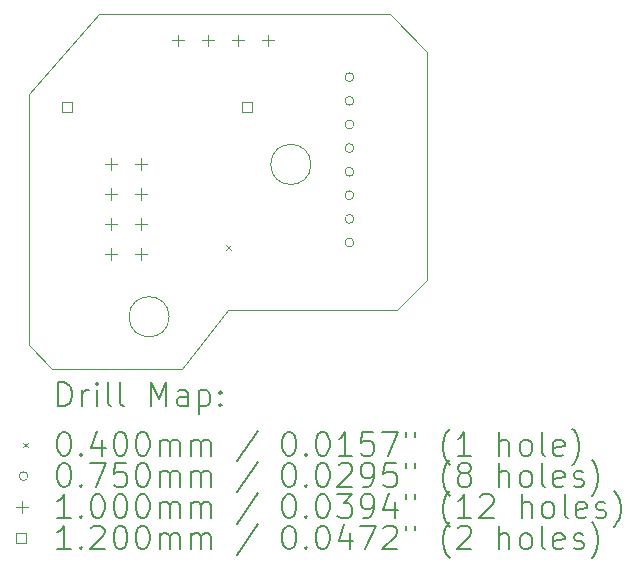
<source format=gbr>
%TF.GenerationSoftware,KiCad,Pcbnew,(6.0.7)*%
%TF.CreationDate,2022-11-17T23:56:02-05:00*%
%TF.ProjectId,SB Quick connect,53422051-7569-4636-9b20-636f6e6e6563,2.0*%
%TF.SameCoordinates,Original*%
%TF.FileFunction,Drillmap*%
%TF.FilePolarity,Positive*%
%FSLAX45Y45*%
G04 Gerber Fmt 4.5, Leading zero omitted, Abs format (unit mm)*
G04 Created by KiCad (PCBNEW (6.0.7)) date 2022-11-17 23:56:02*
%MOMM*%
%LPD*%
G01*
G04 APERTURE LIST*
%ADD10C,0.100000*%
%ADD11C,0.200000*%
%ADD12C,0.040000*%
%ADD13C,0.075000*%
%ADD14C,0.120000*%
G04 APERTURE END LIST*
D10*
X9497500Y-2013000D02*
X9812000Y-2327500D01*
X7627500Y-4573000D02*
G75*
G03*
X7627500Y-4573000I-170000J0D01*
G01*
X9812000Y-2327500D02*
X9812500Y-4258000D01*
X6637500Y-5013000D02*
X7737500Y-5013000D01*
X9812500Y-4258000D02*
X9557500Y-4513000D01*
X8827500Y-3283000D02*
G75*
G03*
X8827500Y-3283000I-170000J0D01*
G01*
X9557500Y-4513000D02*
X8127500Y-4513000D01*
X6437500Y-4813000D02*
X6437500Y-2683000D01*
X6437500Y-2683000D02*
X7037500Y-2013000D01*
X6637500Y-5013000D02*
X6437500Y-4813000D01*
X7037500Y-2013000D02*
X9497500Y-2013000D01*
X8127500Y-4513000D02*
X7737500Y-5013000D01*
D11*
D12*
X8108000Y-3965681D02*
X8148000Y-4005681D01*
X8148000Y-3965681D02*
X8108000Y-4005681D01*
D13*
X9191500Y-2544500D02*
G75*
G03*
X9191500Y-2544500I-37500J0D01*
G01*
X9191500Y-2744500D02*
G75*
G03*
X9191500Y-2744500I-37500J0D01*
G01*
X9191500Y-2944500D02*
G75*
G03*
X9191500Y-2944500I-37500J0D01*
G01*
X9191500Y-3144500D02*
G75*
G03*
X9191500Y-3144500I-37500J0D01*
G01*
X9191500Y-3344500D02*
G75*
G03*
X9191500Y-3344500I-37500J0D01*
G01*
X9191500Y-3544500D02*
G75*
G03*
X9191500Y-3544500I-37500J0D01*
G01*
X9191500Y-3744500D02*
G75*
G03*
X9191500Y-3744500I-37500J0D01*
G01*
X9191500Y-3944500D02*
G75*
G03*
X9191500Y-3944500I-37500J0D01*
G01*
D10*
X7134131Y-3232503D02*
X7134131Y-3332503D01*
X7084131Y-3282503D02*
X7184131Y-3282503D01*
X7134131Y-3486503D02*
X7134131Y-3586503D01*
X7084131Y-3536503D02*
X7184131Y-3536503D01*
X7134131Y-3740503D02*
X7134131Y-3840503D01*
X7084131Y-3790503D02*
X7184131Y-3790503D01*
X7134131Y-3994503D02*
X7134131Y-4094503D01*
X7084131Y-4044503D02*
X7184131Y-4044503D01*
X7388131Y-3232503D02*
X7388131Y-3332503D01*
X7338131Y-3282503D02*
X7438131Y-3282503D01*
X7388131Y-3486503D02*
X7388131Y-3586503D01*
X7338131Y-3536503D02*
X7438131Y-3536503D01*
X7388131Y-3740503D02*
X7388131Y-3840503D01*
X7338131Y-3790503D02*
X7438131Y-3790503D01*
X7388131Y-3994503D02*
X7388131Y-4094503D01*
X7338131Y-4044503D02*
X7438131Y-4044503D01*
X7699947Y-2183041D02*
X7699947Y-2283041D01*
X7649947Y-2233041D02*
X7749947Y-2233041D01*
X7953947Y-2183041D02*
X7953947Y-2283041D01*
X7903947Y-2233041D02*
X8003947Y-2233041D01*
X8207947Y-2183041D02*
X8207947Y-2283041D01*
X8157947Y-2233041D02*
X8257947Y-2233041D01*
X8461947Y-2183041D02*
X8461947Y-2283041D01*
X8411947Y-2233041D02*
X8511947Y-2233041D01*
D14*
X6803427Y-2839927D02*
X6803427Y-2755073D01*
X6718573Y-2755073D01*
X6718573Y-2839927D01*
X6803427Y-2839927D01*
X8327427Y-2839927D02*
X8327427Y-2755073D01*
X8242573Y-2755073D01*
X8242573Y-2839927D01*
X8327427Y-2839927D01*
D11*
X6690119Y-5328476D02*
X6690119Y-5128476D01*
X6737738Y-5128476D01*
X6766309Y-5138000D01*
X6785357Y-5157048D01*
X6794881Y-5176095D01*
X6804405Y-5214190D01*
X6804405Y-5242762D01*
X6794881Y-5280857D01*
X6785357Y-5299905D01*
X6766309Y-5318952D01*
X6737738Y-5328476D01*
X6690119Y-5328476D01*
X6890119Y-5328476D02*
X6890119Y-5195143D01*
X6890119Y-5233238D02*
X6899643Y-5214190D01*
X6909167Y-5204667D01*
X6928214Y-5195143D01*
X6947262Y-5195143D01*
X7013928Y-5328476D02*
X7013928Y-5195143D01*
X7013928Y-5128476D02*
X7004405Y-5138000D01*
X7013928Y-5147524D01*
X7023452Y-5138000D01*
X7013928Y-5128476D01*
X7013928Y-5147524D01*
X7137738Y-5328476D02*
X7118690Y-5318952D01*
X7109167Y-5299905D01*
X7109167Y-5128476D01*
X7242500Y-5328476D02*
X7223452Y-5318952D01*
X7213928Y-5299905D01*
X7213928Y-5128476D01*
X7471071Y-5328476D02*
X7471071Y-5128476D01*
X7537738Y-5271333D01*
X7604405Y-5128476D01*
X7604405Y-5328476D01*
X7785357Y-5328476D02*
X7785357Y-5223714D01*
X7775833Y-5204667D01*
X7756786Y-5195143D01*
X7718690Y-5195143D01*
X7699643Y-5204667D01*
X7785357Y-5318952D02*
X7766309Y-5328476D01*
X7718690Y-5328476D01*
X7699643Y-5318952D01*
X7690119Y-5299905D01*
X7690119Y-5280857D01*
X7699643Y-5261810D01*
X7718690Y-5252286D01*
X7766309Y-5252286D01*
X7785357Y-5242762D01*
X7880595Y-5195143D02*
X7880595Y-5395143D01*
X7880595Y-5204667D02*
X7899643Y-5195143D01*
X7937738Y-5195143D01*
X7956786Y-5204667D01*
X7966309Y-5214190D01*
X7975833Y-5233238D01*
X7975833Y-5290381D01*
X7966309Y-5309429D01*
X7956786Y-5318952D01*
X7937738Y-5328476D01*
X7899643Y-5328476D01*
X7880595Y-5318952D01*
X8061548Y-5309429D02*
X8071071Y-5318952D01*
X8061548Y-5328476D01*
X8052024Y-5318952D01*
X8061548Y-5309429D01*
X8061548Y-5328476D01*
X8061548Y-5204667D02*
X8071071Y-5214190D01*
X8061548Y-5223714D01*
X8052024Y-5214190D01*
X8061548Y-5204667D01*
X8061548Y-5223714D01*
D12*
X6392500Y-5638000D02*
X6432500Y-5678000D01*
X6432500Y-5638000D02*
X6392500Y-5678000D01*
D11*
X6728214Y-5548476D02*
X6747262Y-5548476D01*
X6766309Y-5558000D01*
X6775833Y-5567524D01*
X6785357Y-5586571D01*
X6794881Y-5624667D01*
X6794881Y-5672286D01*
X6785357Y-5710381D01*
X6775833Y-5729428D01*
X6766309Y-5738952D01*
X6747262Y-5748476D01*
X6728214Y-5748476D01*
X6709167Y-5738952D01*
X6699643Y-5729428D01*
X6690119Y-5710381D01*
X6680595Y-5672286D01*
X6680595Y-5624667D01*
X6690119Y-5586571D01*
X6699643Y-5567524D01*
X6709167Y-5558000D01*
X6728214Y-5548476D01*
X6880595Y-5729428D02*
X6890119Y-5738952D01*
X6880595Y-5748476D01*
X6871071Y-5738952D01*
X6880595Y-5729428D01*
X6880595Y-5748476D01*
X7061548Y-5615143D02*
X7061548Y-5748476D01*
X7013928Y-5538952D02*
X6966309Y-5681809D01*
X7090119Y-5681809D01*
X7204405Y-5548476D02*
X7223452Y-5548476D01*
X7242500Y-5558000D01*
X7252024Y-5567524D01*
X7261548Y-5586571D01*
X7271071Y-5624667D01*
X7271071Y-5672286D01*
X7261548Y-5710381D01*
X7252024Y-5729428D01*
X7242500Y-5738952D01*
X7223452Y-5748476D01*
X7204405Y-5748476D01*
X7185357Y-5738952D01*
X7175833Y-5729428D01*
X7166309Y-5710381D01*
X7156786Y-5672286D01*
X7156786Y-5624667D01*
X7166309Y-5586571D01*
X7175833Y-5567524D01*
X7185357Y-5558000D01*
X7204405Y-5548476D01*
X7394881Y-5548476D02*
X7413928Y-5548476D01*
X7432976Y-5558000D01*
X7442500Y-5567524D01*
X7452024Y-5586571D01*
X7461548Y-5624667D01*
X7461548Y-5672286D01*
X7452024Y-5710381D01*
X7442500Y-5729428D01*
X7432976Y-5738952D01*
X7413928Y-5748476D01*
X7394881Y-5748476D01*
X7375833Y-5738952D01*
X7366309Y-5729428D01*
X7356786Y-5710381D01*
X7347262Y-5672286D01*
X7347262Y-5624667D01*
X7356786Y-5586571D01*
X7366309Y-5567524D01*
X7375833Y-5558000D01*
X7394881Y-5548476D01*
X7547262Y-5748476D02*
X7547262Y-5615143D01*
X7547262Y-5634190D02*
X7556786Y-5624667D01*
X7575833Y-5615143D01*
X7604405Y-5615143D01*
X7623452Y-5624667D01*
X7632976Y-5643714D01*
X7632976Y-5748476D01*
X7632976Y-5643714D02*
X7642500Y-5624667D01*
X7661548Y-5615143D01*
X7690119Y-5615143D01*
X7709167Y-5624667D01*
X7718690Y-5643714D01*
X7718690Y-5748476D01*
X7813928Y-5748476D02*
X7813928Y-5615143D01*
X7813928Y-5634190D02*
X7823452Y-5624667D01*
X7842500Y-5615143D01*
X7871071Y-5615143D01*
X7890119Y-5624667D01*
X7899643Y-5643714D01*
X7899643Y-5748476D01*
X7899643Y-5643714D02*
X7909167Y-5624667D01*
X7928214Y-5615143D01*
X7956786Y-5615143D01*
X7975833Y-5624667D01*
X7985357Y-5643714D01*
X7985357Y-5748476D01*
X8375833Y-5538952D02*
X8204405Y-5796095D01*
X8632976Y-5548476D02*
X8652024Y-5548476D01*
X8671071Y-5558000D01*
X8680595Y-5567524D01*
X8690119Y-5586571D01*
X8699643Y-5624667D01*
X8699643Y-5672286D01*
X8690119Y-5710381D01*
X8680595Y-5729428D01*
X8671071Y-5738952D01*
X8652024Y-5748476D01*
X8632976Y-5748476D01*
X8613929Y-5738952D01*
X8604405Y-5729428D01*
X8594881Y-5710381D01*
X8585357Y-5672286D01*
X8585357Y-5624667D01*
X8594881Y-5586571D01*
X8604405Y-5567524D01*
X8613929Y-5558000D01*
X8632976Y-5548476D01*
X8785357Y-5729428D02*
X8794881Y-5738952D01*
X8785357Y-5748476D01*
X8775833Y-5738952D01*
X8785357Y-5729428D01*
X8785357Y-5748476D01*
X8918690Y-5548476D02*
X8937738Y-5548476D01*
X8956786Y-5558000D01*
X8966310Y-5567524D01*
X8975833Y-5586571D01*
X8985357Y-5624667D01*
X8985357Y-5672286D01*
X8975833Y-5710381D01*
X8966310Y-5729428D01*
X8956786Y-5738952D01*
X8937738Y-5748476D01*
X8918690Y-5748476D01*
X8899643Y-5738952D01*
X8890119Y-5729428D01*
X8880595Y-5710381D01*
X8871071Y-5672286D01*
X8871071Y-5624667D01*
X8880595Y-5586571D01*
X8890119Y-5567524D01*
X8899643Y-5558000D01*
X8918690Y-5548476D01*
X9175833Y-5748476D02*
X9061548Y-5748476D01*
X9118690Y-5748476D02*
X9118690Y-5548476D01*
X9099643Y-5577048D01*
X9080595Y-5596095D01*
X9061548Y-5605619D01*
X9356786Y-5548476D02*
X9261548Y-5548476D01*
X9252024Y-5643714D01*
X9261548Y-5634190D01*
X9280595Y-5624667D01*
X9328214Y-5624667D01*
X9347262Y-5634190D01*
X9356786Y-5643714D01*
X9366310Y-5662762D01*
X9366310Y-5710381D01*
X9356786Y-5729428D01*
X9347262Y-5738952D01*
X9328214Y-5748476D01*
X9280595Y-5748476D01*
X9261548Y-5738952D01*
X9252024Y-5729428D01*
X9432976Y-5548476D02*
X9566310Y-5548476D01*
X9480595Y-5748476D01*
X9632976Y-5548476D02*
X9632976Y-5586571D01*
X9709167Y-5548476D02*
X9709167Y-5586571D01*
X10004405Y-5824667D02*
X9994881Y-5815143D01*
X9975833Y-5786571D01*
X9966310Y-5767524D01*
X9956786Y-5738952D01*
X9947262Y-5691333D01*
X9947262Y-5653238D01*
X9956786Y-5605619D01*
X9966310Y-5577048D01*
X9975833Y-5558000D01*
X9994881Y-5529429D01*
X10004405Y-5519905D01*
X10185357Y-5748476D02*
X10071071Y-5748476D01*
X10128214Y-5748476D02*
X10128214Y-5548476D01*
X10109167Y-5577048D01*
X10090119Y-5596095D01*
X10071071Y-5605619D01*
X10423452Y-5748476D02*
X10423452Y-5548476D01*
X10509167Y-5748476D02*
X10509167Y-5643714D01*
X10499643Y-5624667D01*
X10480595Y-5615143D01*
X10452024Y-5615143D01*
X10432976Y-5624667D01*
X10423452Y-5634190D01*
X10632976Y-5748476D02*
X10613929Y-5738952D01*
X10604405Y-5729428D01*
X10594881Y-5710381D01*
X10594881Y-5653238D01*
X10604405Y-5634190D01*
X10613929Y-5624667D01*
X10632976Y-5615143D01*
X10661548Y-5615143D01*
X10680595Y-5624667D01*
X10690119Y-5634190D01*
X10699643Y-5653238D01*
X10699643Y-5710381D01*
X10690119Y-5729428D01*
X10680595Y-5738952D01*
X10661548Y-5748476D01*
X10632976Y-5748476D01*
X10813929Y-5748476D02*
X10794881Y-5738952D01*
X10785357Y-5719905D01*
X10785357Y-5548476D01*
X10966310Y-5738952D02*
X10947262Y-5748476D01*
X10909167Y-5748476D01*
X10890119Y-5738952D01*
X10880595Y-5719905D01*
X10880595Y-5643714D01*
X10890119Y-5624667D01*
X10909167Y-5615143D01*
X10947262Y-5615143D01*
X10966310Y-5624667D01*
X10975833Y-5643714D01*
X10975833Y-5662762D01*
X10880595Y-5681809D01*
X11042500Y-5824667D02*
X11052024Y-5815143D01*
X11071071Y-5786571D01*
X11080595Y-5767524D01*
X11090119Y-5738952D01*
X11099643Y-5691333D01*
X11099643Y-5653238D01*
X11090119Y-5605619D01*
X11080595Y-5577048D01*
X11071071Y-5558000D01*
X11052024Y-5529429D01*
X11042500Y-5519905D01*
D13*
X6432500Y-5922000D02*
G75*
G03*
X6432500Y-5922000I-37500J0D01*
G01*
D11*
X6728214Y-5812476D02*
X6747262Y-5812476D01*
X6766309Y-5822000D01*
X6775833Y-5831524D01*
X6785357Y-5850571D01*
X6794881Y-5888667D01*
X6794881Y-5936286D01*
X6785357Y-5974381D01*
X6775833Y-5993428D01*
X6766309Y-6002952D01*
X6747262Y-6012476D01*
X6728214Y-6012476D01*
X6709167Y-6002952D01*
X6699643Y-5993428D01*
X6690119Y-5974381D01*
X6680595Y-5936286D01*
X6680595Y-5888667D01*
X6690119Y-5850571D01*
X6699643Y-5831524D01*
X6709167Y-5822000D01*
X6728214Y-5812476D01*
X6880595Y-5993428D02*
X6890119Y-6002952D01*
X6880595Y-6012476D01*
X6871071Y-6002952D01*
X6880595Y-5993428D01*
X6880595Y-6012476D01*
X6956786Y-5812476D02*
X7090119Y-5812476D01*
X7004405Y-6012476D01*
X7261548Y-5812476D02*
X7166309Y-5812476D01*
X7156786Y-5907714D01*
X7166309Y-5898190D01*
X7185357Y-5888667D01*
X7232976Y-5888667D01*
X7252024Y-5898190D01*
X7261548Y-5907714D01*
X7271071Y-5926762D01*
X7271071Y-5974381D01*
X7261548Y-5993428D01*
X7252024Y-6002952D01*
X7232976Y-6012476D01*
X7185357Y-6012476D01*
X7166309Y-6002952D01*
X7156786Y-5993428D01*
X7394881Y-5812476D02*
X7413928Y-5812476D01*
X7432976Y-5822000D01*
X7442500Y-5831524D01*
X7452024Y-5850571D01*
X7461548Y-5888667D01*
X7461548Y-5936286D01*
X7452024Y-5974381D01*
X7442500Y-5993428D01*
X7432976Y-6002952D01*
X7413928Y-6012476D01*
X7394881Y-6012476D01*
X7375833Y-6002952D01*
X7366309Y-5993428D01*
X7356786Y-5974381D01*
X7347262Y-5936286D01*
X7347262Y-5888667D01*
X7356786Y-5850571D01*
X7366309Y-5831524D01*
X7375833Y-5822000D01*
X7394881Y-5812476D01*
X7547262Y-6012476D02*
X7547262Y-5879143D01*
X7547262Y-5898190D02*
X7556786Y-5888667D01*
X7575833Y-5879143D01*
X7604405Y-5879143D01*
X7623452Y-5888667D01*
X7632976Y-5907714D01*
X7632976Y-6012476D01*
X7632976Y-5907714D02*
X7642500Y-5888667D01*
X7661548Y-5879143D01*
X7690119Y-5879143D01*
X7709167Y-5888667D01*
X7718690Y-5907714D01*
X7718690Y-6012476D01*
X7813928Y-6012476D02*
X7813928Y-5879143D01*
X7813928Y-5898190D02*
X7823452Y-5888667D01*
X7842500Y-5879143D01*
X7871071Y-5879143D01*
X7890119Y-5888667D01*
X7899643Y-5907714D01*
X7899643Y-6012476D01*
X7899643Y-5907714D02*
X7909167Y-5888667D01*
X7928214Y-5879143D01*
X7956786Y-5879143D01*
X7975833Y-5888667D01*
X7985357Y-5907714D01*
X7985357Y-6012476D01*
X8375833Y-5802952D02*
X8204405Y-6060095D01*
X8632976Y-5812476D02*
X8652024Y-5812476D01*
X8671071Y-5822000D01*
X8680595Y-5831524D01*
X8690119Y-5850571D01*
X8699643Y-5888667D01*
X8699643Y-5936286D01*
X8690119Y-5974381D01*
X8680595Y-5993428D01*
X8671071Y-6002952D01*
X8652024Y-6012476D01*
X8632976Y-6012476D01*
X8613929Y-6002952D01*
X8604405Y-5993428D01*
X8594881Y-5974381D01*
X8585357Y-5936286D01*
X8585357Y-5888667D01*
X8594881Y-5850571D01*
X8604405Y-5831524D01*
X8613929Y-5822000D01*
X8632976Y-5812476D01*
X8785357Y-5993428D02*
X8794881Y-6002952D01*
X8785357Y-6012476D01*
X8775833Y-6002952D01*
X8785357Y-5993428D01*
X8785357Y-6012476D01*
X8918690Y-5812476D02*
X8937738Y-5812476D01*
X8956786Y-5822000D01*
X8966310Y-5831524D01*
X8975833Y-5850571D01*
X8985357Y-5888667D01*
X8985357Y-5936286D01*
X8975833Y-5974381D01*
X8966310Y-5993428D01*
X8956786Y-6002952D01*
X8937738Y-6012476D01*
X8918690Y-6012476D01*
X8899643Y-6002952D01*
X8890119Y-5993428D01*
X8880595Y-5974381D01*
X8871071Y-5936286D01*
X8871071Y-5888667D01*
X8880595Y-5850571D01*
X8890119Y-5831524D01*
X8899643Y-5822000D01*
X8918690Y-5812476D01*
X9061548Y-5831524D02*
X9071071Y-5822000D01*
X9090119Y-5812476D01*
X9137738Y-5812476D01*
X9156786Y-5822000D01*
X9166310Y-5831524D01*
X9175833Y-5850571D01*
X9175833Y-5869619D01*
X9166310Y-5898190D01*
X9052024Y-6012476D01*
X9175833Y-6012476D01*
X9271071Y-6012476D02*
X9309167Y-6012476D01*
X9328214Y-6002952D01*
X9337738Y-5993428D01*
X9356786Y-5964857D01*
X9366310Y-5926762D01*
X9366310Y-5850571D01*
X9356786Y-5831524D01*
X9347262Y-5822000D01*
X9328214Y-5812476D01*
X9290119Y-5812476D01*
X9271071Y-5822000D01*
X9261548Y-5831524D01*
X9252024Y-5850571D01*
X9252024Y-5898190D01*
X9261548Y-5917238D01*
X9271071Y-5926762D01*
X9290119Y-5936286D01*
X9328214Y-5936286D01*
X9347262Y-5926762D01*
X9356786Y-5917238D01*
X9366310Y-5898190D01*
X9547262Y-5812476D02*
X9452024Y-5812476D01*
X9442500Y-5907714D01*
X9452024Y-5898190D01*
X9471071Y-5888667D01*
X9518690Y-5888667D01*
X9537738Y-5898190D01*
X9547262Y-5907714D01*
X9556786Y-5926762D01*
X9556786Y-5974381D01*
X9547262Y-5993428D01*
X9537738Y-6002952D01*
X9518690Y-6012476D01*
X9471071Y-6012476D01*
X9452024Y-6002952D01*
X9442500Y-5993428D01*
X9632976Y-5812476D02*
X9632976Y-5850571D01*
X9709167Y-5812476D02*
X9709167Y-5850571D01*
X10004405Y-6088667D02*
X9994881Y-6079143D01*
X9975833Y-6050571D01*
X9966310Y-6031524D01*
X9956786Y-6002952D01*
X9947262Y-5955333D01*
X9947262Y-5917238D01*
X9956786Y-5869619D01*
X9966310Y-5841048D01*
X9975833Y-5822000D01*
X9994881Y-5793428D01*
X10004405Y-5783905D01*
X10109167Y-5898190D02*
X10090119Y-5888667D01*
X10080595Y-5879143D01*
X10071071Y-5860095D01*
X10071071Y-5850571D01*
X10080595Y-5831524D01*
X10090119Y-5822000D01*
X10109167Y-5812476D01*
X10147262Y-5812476D01*
X10166310Y-5822000D01*
X10175833Y-5831524D01*
X10185357Y-5850571D01*
X10185357Y-5860095D01*
X10175833Y-5879143D01*
X10166310Y-5888667D01*
X10147262Y-5898190D01*
X10109167Y-5898190D01*
X10090119Y-5907714D01*
X10080595Y-5917238D01*
X10071071Y-5936286D01*
X10071071Y-5974381D01*
X10080595Y-5993428D01*
X10090119Y-6002952D01*
X10109167Y-6012476D01*
X10147262Y-6012476D01*
X10166310Y-6002952D01*
X10175833Y-5993428D01*
X10185357Y-5974381D01*
X10185357Y-5936286D01*
X10175833Y-5917238D01*
X10166310Y-5907714D01*
X10147262Y-5898190D01*
X10423452Y-6012476D02*
X10423452Y-5812476D01*
X10509167Y-6012476D02*
X10509167Y-5907714D01*
X10499643Y-5888667D01*
X10480595Y-5879143D01*
X10452024Y-5879143D01*
X10432976Y-5888667D01*
X10423452Y-5898190D01*
X10632976Y-6012476D02*
X10613929Y-6002952D01*
X10604405Y-5993428D01*
X10594881Y-5974381D01*
X10594881Y-5917238D01*
X10604405Y-5898190D01*
X10613929Y-5888667D01*
X10632976Y-5879143D01*
X10661548Y-5879143D01*
X10680595Y-5888667D01*
X10690119Y-5898190D01*
X10699643Y-5917238D01*
X10699643Y-5974381D01*
X10690119Y-5993428D01*
X10680595Y-6002952D01*
X10661548Y-6012476D01*
X10632976Y-6012476D01*
X10813929Y-6012476D02*
X10794881Y-6002952D01*
X10785357Y-5983905D01*
X10785357Y-5812476D01*
X10966310Y-6002952D02*
X10947262Y-6012476D01*
X10909167Y-6012476D01*
X10890119Y-6002952D01*
X10880595Y-5983905D01*
X10880595Y-5907714D01*
X10890119Y-5888667D01*
X10909167Y-5879143D01*
X10947262Y-5879143D01*
X10966310Y-5888667D01*
X10975833Y-5907714D01*
X10975833Y-5926762D01*
X10880595Y-5945809D01*
X11052024Y-6002952D02*
X11071071Y-6012476D01*
X11109167Y-6012476D01*
X11128214Y-6002952D01*
X11137738Y-5983905D01*
X11137738Y-5974381D01*
X11128214Y-5955333D01*
X11109167Y-5945809D01*
X11080595Y-5945809D01*
X11061548Y-5936286D01*
X11052024Y-5917238D01*
X11052024Y-5907714D01*
X11061548Y-5888667D01*
X11080595Y-5879143D01*
X11109167Y-5879143D01*
X11128214Y-5888667D01*
X11204405Y-6088667D02*
X11213928Y-6079143D01*
X11232976Y-6050571D01*
X11242500Y-6031524D01*
X11252024Y-6002952D01*
X11261548Y-5955333D01*
X11261548Y-5917238D01*
X11252024Y-5869619D01*
X11242500Y-5841048D01*
X11232976Y-5822000D01*
X11213928Y-5793428D01*
X11204405Y-5783905D01*
D10*
X6382500Y-6136000D02*
X6382500Y-6236000D01*
X6332500Y-6186000D02*
X6432500Y-6186000D01*
D11*
X6794881Y-6276476D02*
X6680595Y-6276476D01*
X6737738Y-6276476D02*
X6737738Y-6076476D01*
X6718690Y-6105048D01*
X6699643Y-6124095D01*
X6680595Y-6133619D01*
X6880595Y-6257428D02*
X6890119Y-6266952D01*
X6880595Y-6276476D01*
X6871071Y-6266952D01*
X6880595Y-6257428D01*
X6880595Y-6276476D01*
X7013928Y-6076476D02*
X7032976Y-6076476D01*
X7052024Y-6086000D01*
X7061548Y-6095524D01*
X7071071Y-6114571D01*
X7080595Y-6152667D01*
X7080595Y-6200286D01*
X7071071Y-6238381D01*
X7061548Y-6257428D01*
X7052024Y-6266952D01*
X7032976Y-6276476D01*
X7013928Y-6276476D01*
X6994881Y-6266952D01*
X6985357Y-6257428D01*
X6975833Y-6238381D01*
X6966309Y-6200286D01*
X6966309Y-6152667D01*
X6975833Y-6114571D01*
X6985357Y-6095524D01*
X6994881Y-6086000D01*
X7013928Y-6076476D01*
X7204405Y-6076476D02*
X7223452Y-6076476D01*
X7242500Y-6086000D01*
X7252024Y-6095524D01*
X7261548Y-6114571D01*
X7271071Y-6152667D01*
X7271071Y-6200286D01*
X7261548Y-6238381D01*
X7252024Y-6257428D01*
X7242500Y-6266952D01*
X7223452Y-6276476D01*
X7204405Y-6276476D01*
X7185357Y-6266952D01*
X7175833Y-6257428D01*
X7166309Y-6238381D01*
X7156786Y-6200286D01*
X7156786Y-6152667D01*
X7166309Y-6114571D01*
X7175833Y-6095524D01*
X7185357Y-6086000D01*
X7204405Y-6076476D01*
X7394881Y-6076476D02*
X7413928Y-6076476D01*
X7432976Y-6086000D01*
X7442500Y-6095524D01*
X7452024Y-6114571D01*
X7461548Y-6152667D01*
X7461548Y-6200286D01*
X7452024Y-6238381D01*
X7442500Y-6257428D01*
X7432976Y-6266952D01*
X7413928Y-6276476D01*
X7394881Y-6276476D01*
X7375833Y-6266952D01*
X7366309Y-6257428D01*
X7356786Y-6238381D01*
X7347262Y-6200286D01*
X7347262Y-6152667D01*
X7356786Y-6114571D01*
X7366309Y-6095524D01*
X7375833Y-6086000D01*
X7394881Y-6076476D01*
X7547262Y-6276476D02*
X7547262Y-6143143D01*
X7547262Y-6162190D02*
X7556786Y-6152667D01*
X7575833Y-6143143D01*
X7604405Y-6143143D01*
X7623452Y-6152667D01*
X7632976Y-6171714D01*
X7632976Y-6276476D01*
X7632976Y-6171714D02*
X7642500Y-6152667D01*
X7661548Y-6143143D01*
X7690119Y-6143143D01*
X7709167Y-6152667D01*
X7718690Y-6171714D01*
X7718690Y-6276476D01*
X7813928Y-6276476D02*
X7813928Y-6143143D01*
X7813928Y-6162190D02*
X7823452Y-6152667D01*
X7842500Y-6143143D01*
X7871071Y-6143143D01*
X7890119Y-6152667D01*
X7899643Y-6171714D01*
X7899643Y-6276476D01*
X7899643Y-6171714D02*
X7909167Y-6152667D01*
X7928214Y-6143143D01*
X7956786Y-6143143D01*
X7975833Y-6152667D01*
X7985357Y-6171714D01*
X7985357Y-6276476D01*
X8375833Y-6066952D02*
X8204405Y-6324095D01*
X8632976Y-6076476D02*
X8652024Y-6076476D01*
X8671071Y-6086000D01*
X8680595Y-6095524D01*
X8690119Y-6114571D01*
X8699643Y-6152667D01*
X8699643Y-6200286D01*
X8690119Y-6238381D01*
X8680595Y-6257428D01*
X8671071Y-6266952D01*
X8652024Y-6276476D01*
X8632976Y-6276476D01*
X8613929Y-6266952D01*
X8604405Y-6257428D01*
X8594881Y-6238381D01*
X8585357Y-6200286D01*
X8585357Y-6152667D01*
X8594881Y-6114571D01*
X8604405Y-6095524D01*
X8613929Y-6086000D01*
X8632976Y-6076476D01*
X8785357Y-6257428D02*
X8794881Y-6266952D01*
X8785357Y-6276476D01*
X8775833Y-6266952D01*
X8785357Y-6257428D01*
X8785357Y-6276476D01*
X8918690Y-6076476D02*
X8937738Y-6076476D01*
X8956786Y-6086000D01*
X8966310Y-6095524D01*
X8975833Y-6114571D01*
X8985357Y-6152667D01*
X8985357Y-6200286D01*
X8975833Y-6238381D01*
X8966310Y-6257428D01*
X8956786Y-6266952D01*
X8937738Y-6276476D01*
X8918690Y-6276476D01*
X8899643Y-6266952D01*
X8890119Y-6257428D01*
X8880595Y-6238381D01*
X8871071Y-6200286D01*
X8871071Y-6152667D01*
X8880595Y-6114571D01*
X8890119Y-6095524D01*
X8899643Y-6086000D01*
X8918690Y-6076476D01*
X9052024Y-6076476D02*
X9175833Y-6076476D01*
X9109167Y-6152667D01*
X9137738Y-6152667D01*
X9156786Y-6162190D01*
X9166310Y-6171714D01*
X9175833Y-6190762D01*
X9175833Y-6238381D01*
X9166310Y-6257428D01*
X9156786Y-6266952D01*
X9137738Y-6276476D01*
X9080595Y-6276476D01*
X9061548Y-6266952D01*
X9052024Y-6257428D01*
X9271071Y-6276476D02*
X9309167Y-6276476D01*
X9328214Y-6266952D01*
X9337738Y-6257428D01*
X9356786Y-6228857D01*
X9366310Y-6190762D01*
X9366310Y-6114571D01*
X9356786Y-6095524D01*
X9347262Y-6086000D01*
X9328214Y-6076476D01*
X9290119Y-6076476D01*
X9271071Y-6086000D01*
X9261548Y-6095524D01*
X9252024Y-6114571D01*
X9252024Y-6162190D01*
X9261548Y-6181238D01*
X9271071Y-6190762D01*
X9290119Y-6200286D01*
X9328214Y-6200286D01*
X9347262Y-6190762D01*
X9356786Y-6181238D01*
X9366310Y-6162190D01*
X9537738Y-6143143D02*
X9537738Y-6276476D01*
X9490119Y-6066952D02*
X9442500Y-6209809D01*
X9566310Y-6209809D01*
X9632976Y-6076476D02*
X9632976Y-6114571D01*
X9709167Y-6076476D02*
X9709167Y-6114571D01*
X10004405Y-6352667D02*
X9994881Y-6343143D01*
X9975833Y-6314571D01*
X9966310Y-6295524D01*
X9956786Y-6266952D01*
X9947262Y-6219333D01*
X9947262Y-6181238D01*
X9956786Y-6133619D01*
X9966310Y-6105048D01*
X9975833Y-6086000D01*
X9994881Y-6057428D01*
X10004405Y-6047905D01*
X10185357Y-6276476D02*
X10071071Y-6276476D01*
X10128214Y-6276476D02*
X10128214Y-6076476D01*
X10109167Y-6105048D01*
X10090119Y-6124095D01*
X10071071Y-6133619D01*
X10261548Y-6095524D02*
X10271071Y-6086000D01*
X10290119Y-6076476D01*
X10337738Y-6076476D01*
X10356786Y-6086000D01*
X10366310Y-6095524D01*
X10375833Y-6114571D01*
X10375833Y-6133619D01*
X10366310Y-6162190D01*
X10252024Y-6276476D01*
X10375833Y-6276476D01*
X10613929Y-6276476D02*
X10613929Y-6076476D01*
X10699643Y-6276476D02*
X10699643Y-6171714D01*
X10690119Y-6152667D01*
X10671071Y-6143143D01*
X10642500Y-6143143D01*
X10623452Y-6152667D01*
X10613929Y-6162190D01*
X10823452Y-6276476D02*
X10804405Y-6266952D01*
X10794881Y-6257428D01*
X10785357Y-6238381D01*
X10785357Y-6181238D01*
X10794881Y-6162190D01*
X10804405Y-6152667D01*
X10823452Y-6143143D01*
X10852024Y-6143143D01*
X10871071Y-6152667D01*
X10880595Y-6162190D01*
X10890119Y-6181238D01*
X10890119Y-6238381D01*
X10880595Y-6257428D01*
X10871071Y-6266952D01*
X10852024Y-6276476D01*
X10823452Y-6276476D01*
X11004405Y-6276476D02*
X10985357Y-6266952D01*
X10975833Y-6247905D01*
X10975833Y-6076476D01*
X11156786Y-6266952D02*
X11137738Y-6276476D01*
X11099643Y-6276476D01*
X11080595Y-6266952D01*
X11071071Y-6247905D01*
X11071071Y-6171714D01*
X11080595Y-6152667D01*
X11099643Y-6143143D01*
X11137738Y-6143143D01*
X11156786Y-6152667D01*
X11166310Y-6171714D01*
X11166310Y-6190762D01*
X11071071Y-6209809D01*
X11242500Y-6266952D02*
X11261548Y-6276476D01*
X11299643Y-6276476D01*
X11318690Y-6266952D01*
X11328214Y-6247905D01*
X11328214Y-6238381D01*
X11318690Y-6219333D01*
X11299643Y-6209809D01*
X11271071Y-6209809D01*
X11252024Y-6200286D01*
X11242500Y-6181238D01*
X11242500Y-6171714D01*
X11252024Y-6152667D01*
X11271071Y-6143143D01*
X11299643Y-6143143D01*
X11318690Y-6152667D01*
X11394881Y-6352667D02*
X11404405Y-6343143D01*
X11423452Y-6314571D01*
X11432976Y-6295524D01*
X11442500Y-6266952D01*
X11452024Y-6219333D01*
X11452024Y-6181238D01*
X11442500Y-6133619D01*
X11432976Y-6105048D01*
X11423452Y-6086000D01*
X11404405Y-6057428D01*
X11394881Y-6047905D01*
D14*
X6414927Y-6492427D02*
X6414927Y-6407573D01*
X6330073Y-6407573D01*
X6330073Y-6492427D01*
X6414927Y-6492427D01*
D11*
X6794881Y-6540476D02*
X6680595Y-6540476D01*
X6737738Y-6540476D02*
X6737738Y-6340476D01*
X6718690Y-6369048D01*
X6699643Y-6388095D01*
X6680595Y-6397619D01*
X6880595Y-6521428D02*
X6890119Y-6530952D01*
X6880595Y-6540476D01*
X6871071Y-6530952D01*
X6880595Y-6521428D01*
X6880595Y-6540476D01*
X6966309Y-6359524D02*
X6975833Y-6350000D01*
X6994881Y-6340476D01*
X7042500Y-6340476D01*
X7061548Y-6350000D01*
X7071071Y-6359524D01*
X7080595Y-6378571D01*
X7080595Y-6397619D01*
X7071071Y-6426190D01*
X6956786Y-6540476D01*
X7080595Y-6540476D01*
X7204405Y-6340476D02*
X7223452Y-6340476D01*
X7242500Y-6350000D01*
X7252024Y-6359524D01*
X7261548Y-6378571D01*
X7271071Y-6416667D01*
X7271071Y-6464286D01*
X7261548Y-6502381D01*
X7252024Y-6521428D01*
X7242500Y-6530952D01*
X7223452Y-6540476D01*
X7204405Y-6540476D01*
X7185357Y-6530952D01*
X7175833Y-6521428D01*
X7166309Y-6502381D01*
X7156786Y-6464286D01*
X7156786Y-6416667D01*
X7166309Y-6378571D01*
X7175833Y-6359524D01*
X7185357Y-6350000D01*
X7204405Y-6340476D01*
X7394881Y-6340476D02*
X7413928Y-6340476D01*
X7432976Y-6350000D01*
X7442500Y-6359524D01*
X7452024Y-6378571D01*
X7461548Y-6416667D01*
X7461548Y-6464286D01*
X7452024Y-6502381D01*
X7442500Y-6521428D01*
X7432976Y-6530952D01*
X7413928Y-6540476D01*
X7394881Y-6540476D01*
X7375833Y-6530952D01*
X7366309Y-6521428D01*
X7356786Y-6502381D01*
X7347262Y-6464286D01*
X7347262Y-6416667D01*
X7356786Y-6378571D01*
X7366309Y-6359524D01*
X7375833Y-6350000D01*
X7394881Y-6340476D01*
X7547262Y-6540476D02*
X7547262Y-6407143D01*
X7547262Y-6426190D02*
X7556786Y-6416667D01*
X7575833Y-6407143D01*
X7604405Y-6407143D01*
X7623452Y-6416667D01*
X7632976Y-6435714D01*
X7632976Y-6540476D01*
X7632976Y-6435714D02*
X7642500Y-6416667D01*
X7661548Y-6407143D01*
X7690119Y-6407143D01*
X7709167Y-6416667D01*
X7718690Y-6435714D01*
X7718690Y-6540476D01*
X7813928Y-6540476D02*
X7813928Y-6407143D01*
X7813928Y-6426190D02*
X7823452Y-6416667D01*
X7842500Y-6407143D01*
X7871071Y-6407143D01*
X7890119Y-6416667D01*
X7899643Y-6435714D01*
X7899643Y-6540476D01*
X7899643Y-6435714D02*
X7909167Y-6416667D01*
X7928214Y-6407143D01*
X7956786Y-6407143D01*
X7975833Y-6416667D01*
X7985357Y-6435714D01*
X7985357Y-6540476D01*
X8375833Y-6330952D02*
X8204405Y-6588095D01*
X8632976Y-6340476D02*
X8652024Y-6340476D01*
X8671071Y-6350000D01*
X8680595Y-6359524D01*
X8690119Y-6378571D01*
X8699643Y-6416667D01*
X8699643Y-6464286D01*
X8690119Y-6502381D01*
X8680595Y-6521428D01*
X8671071Y-6530952D01*
X8652024Y-6540476D01*
X8632976Y-6540476D01*
X8613929Y-6530952D01*
X8604405Y-6521428D01*
X8594881Y-6502381D01*
X8585357Y-6464286D01*
X8585357Y-6416667D01*
X8594881Y-6378571D01*
X8604405Y-6359524D01*
X8613929Y-6350000D01*
X8632976Y-6340476D01*
X8785357Y-6521428D02*
X8794881Y-6530952D01*
X8785357Y-6540476D01*
X8775833Y-6530952D01*
X8785357Y-6521428D01*
X8785357Y-6540476D01*
X8918690Y-6340476D02*
X8937738Y-6340476D01*
X8956786Y-6350000D01*
X8966310Y-6359524D01*
X8975833Y-6378571D01*
X8985357Y-6416667D01*
X8985357Y-6464286D01*
X8975833Y-6502381D01*
X8966310Y-6521428D01*
X8956786Y-6530952D01*
X8937738Y-6540476D01*
X8918690Y-6540476D01*
X8899643Y-6530952D01*
X8890119Y-6521428D01*
X8880595Y-6502381D01*
X8871071Y-6464286D01*
X8871071Y-6416667D01*
X8880595Y-6378571D01*
X8890119Y-6359524D01*
X8899643Y-6350000D01*
X8918690Y-6340476D01*
X9156786Y-6407143D02*
X9156786Y-6540476D01*
X9109167Y-6330952D02*
X9061548Y-6473809D01*
X9185357Y-6473809D01*
X9242500Y-6340476D02*
X9375833Y-6340476D01*
X9290119Y-6540476D01*
X9442500Y-6359524D02*
X9452024Y-6350000D01*
X9471071Y-6340476D01*
X9518690Y-6340476D01*
X9537738Y-6350000D01*
X9547262Y-6359524D01*
X9556786Y-6378571D01*
X9556786Y-6397619D01*
X9547262Y-6426190D01*
X9432976Y-6540476D01*
X9556786Y-6540476D01*
X9632976Y-6340476D02*
X9632976Y-6378571D01*
X9709167Y-6340476D02*
X9709167Y-6378571D01*
X10004405Y-6616667D02*
X9994881Y-6607143D01*
X9975833Y-6578571D01*
X9966310Y-6559524D01*
X9956786Y-6530952D01*
X9947262Y-6483333D01*
X9947262Y-6445238D01*
X9956786Y-6397619D01*
X9966310Y-6369048D01*
X9975833Y-6350000D01*
X9994881Y-6321428D01*
X10004405Y-6311905D01*
X10071071Y-6359524D02*
X10080595Y-6350000D01*
X10099643Y-6340476D01*
X10147262Y-6340476D01*
X10166310Y-6350000D01*
X10175833Y-6359524D01*
X10185357Y-6378571D01*
X10185357Y-6397619D01*
X10175833Y-6426190D01*
X10061548Y-6540476D01*
X10185357Y-6540476D01*
X10423452Y-6540476D02*
X10423452Y-6340476D01*
X10509167Y-6540476D02*
X10509167Y-6435714D01*
X10499643Y-6416667D01*
X10480595Y-6407143D01*
X10452024Y-6407143D01*
X10432976Y-6416667D01*
X10423452Y-6426190D01*
X10632976Y-6540476D02*
X10613929Y-6530952D01*
X10604405Y-6521428D01*
X10594881Y-6502381D01*
X10594881Y-6445238D01*
X10604405Y-6426190D01*
X10613929Y-6416667D01*
X10632976Y-6407143D01*
X10661548Y-6407143D01*
X10680595Y-6416667D01*
X10690119Y-6426190D01*
X10699643Y-6445238D01*
X10699643Y-6502381D01*
X10690119Y-6521428D01*
X10680595Y-6530952D01*
X10661548Y-6540476D01*
X10632976Y-6540476D01*
X10813929Y-6540476D02*
X10794881Y-6530952D01*
X10785357Y-6511905D01*
X10785357Y-6340476D01*
X10966310Y-6530952D02*
X10947262Y-6540476D01*
X10909167Y-6540476D01*
X10890119Y-6530952D01*
X10880595Y-6511905D01*
X10880595Y-6435714D01*
X10890119Y-6416667D01*
X10909167Y-6407143D01*
X10947262Y-6407143D01*
X10966310Y-6416667D01*
X10975833Y-6435714D01*
X10975833Y-6454762D01*
X10880595Y-6473809D01*
X11052024Y-6530952D02*
X11071071Y-6540476D01*
X11109167Y-6540476D01*
X11128214Y-6530952D01*
X11137738Y-6511905D01*
X11137738Y-6502381D01*
X11128214Y-6483333D01*
X11109167Y-6473809D01*
X11080595Y-6473809D01*
X11061548Y-6464286D01*
X11052024Y-6445238D01*
X11052024Y-6435714D01*
X11061548Y-6416667D01*
X11080595Y-6407143D01*
X11109167Y-6407143D01*
X11128214Y-6416667D01*
X11204405Y-6616667D02*
X11213928Y-6607143D01*
X11232976Y-6578571D01*
X11242500Y-6559524D01*
X11252024Y-6530952D01*
X11261548Y-6483333D01*
X11261548Y-6445238D01*
X11252024Y-6397619D01*
X11242500Y-6369048D01*
X11232976Y-6350000D01*
X11213928Y-6321428D01*
X11204405Y-6311905D01*
M02*

</source>
